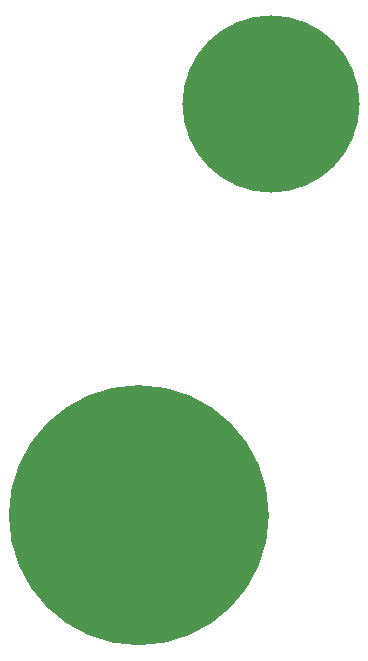
<source format=gtl>
G04*
G04 #@! TF.GenerationSoftware,Altium Limited,Altium Designer,19.1.7 (138)*
G04*
G04 Layer_Physical_Order=1*
G04 Layer_Color=255*
%FSTAX24Y24*%
%MOIN*%
G70*
G01*
G75*
%ADD11C,0.0100*%
%ADD12C,0.5906*%
G36*
X031165Y028D02*
Y027832D01*
X031191Y027496D01*
X031244Y027163D01*
X031323Y026836D01*
X031427Y026516D01*
X031555Y026205D01*
X031708Y025905D01*
X031884Y025617D01*
X032082Y025345D01*
X032301Y025089D01*
X032539Y024851D01*
X032795Y024632D01*
X033067Y024434D01*
X033355Y024258D01*
X033655Y024105D01*
X033966Y023977D01*
X034286Y023873D01*
X034613Y023794D01*
X034946Y023741D01*
X035282Y023715D01*
X03545D01*
X035618D01*
X035954Y023741D01*
X036287Y023794D01*
X036614Y023873D01*
X036934Y023977D01*
X037245Y024105D01*
X037545Y024258D01*
X037833Y024434D01*
X038105Y024632D01*
X038361Y024851D01*
X038599Y025089D01*
X038818Y025345D01*
X039016Y025617D01*
X039192Y025905D01*
X039345Y026205D01*
X039473Y026516D01*
X039577Y026836D01*
X039656Y027163D01*
X039709Y027496D01*
X039735Y027832D01*
Y028D01*
Y028168D01*
X039709Y028504D01*
X039656Y028837D01*
X039577Y029164D01*
X039473Y029484D01*
X039345Y029795D01*
X039192Y030095D01*
X039016Y030383D01*
X038818Y030655D01*
X038599Y030911D01*
X038361Y031149D01*
X038105Y031368D01*
X037833Y031566D01*
X037545Y031742D01*
X037245Y031895D01*
X036934Y032023D01*
X036614Y032127D01*
X036287Y032206D01*
X035954Y032259D01*
X035618Y032285D01*
X03545D01*
X035282D01*
X034946Y032259D01*
X034613Y032206D01*
X034286Y032127D01*
X033966Y032023D01*
X033655Y031895D01*
X033355Y031742D01*
X033067Y031566D01*
X032795Y031368D01*
X032539Y031149D01*
X032301Y030911D01*
X032082Y030655D01*
X031884Y030383D01*
X031708Y030095D01*
X031555Y029795D01*
X031427Y029484D01*
X031323Y029164D01*
X031244Y028837D01*
X031191Y028504D01*
X031165Y028168D01*
Y028D01*
D01*
D02*
G37*
D11*
X039735D02*
G03*
X039735Y028I-004285J0D01*
G01*
D12*
X03985Y0417D02*
D03*
M02*

</source>
